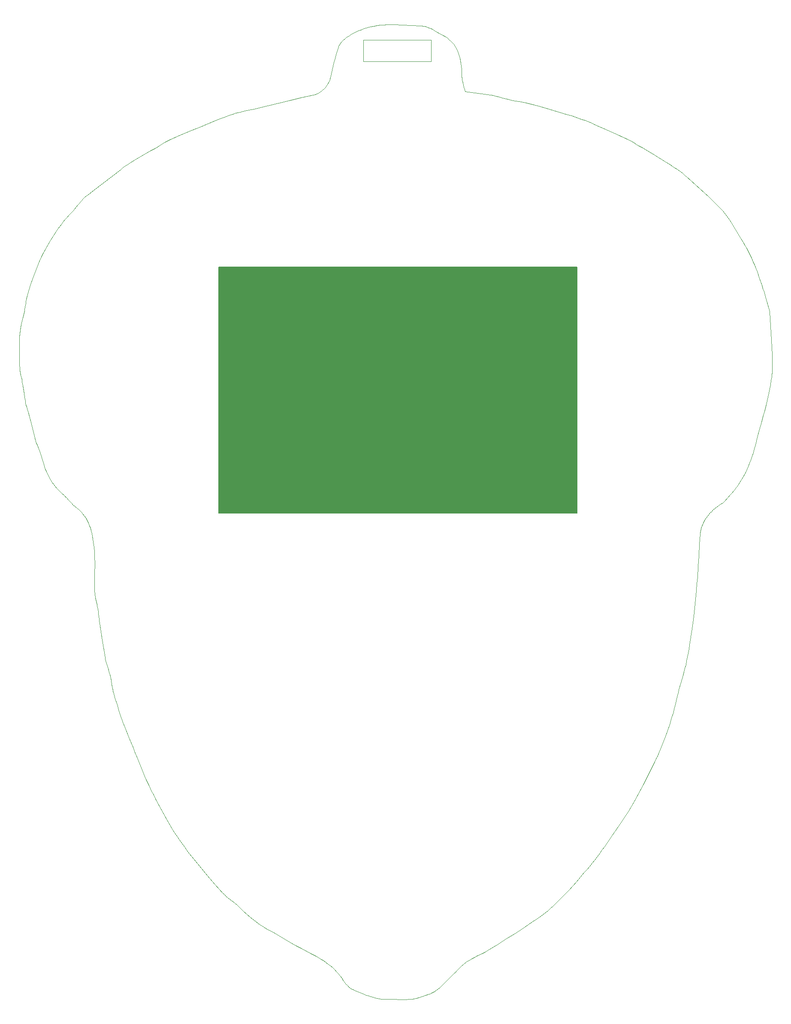
<source format=gm1>
%TF.GenerationSoftware,KiCad,Pcbnew,(6.0.11)*%
%TF.CreationDate,2024-05-07T01:49:41+08:00*%
%TF.ProjectId,badge,62616467-652e-46b6-9963-61645f706362,rev?*%
%TF.SameCoordinates,Original*%
%TF.FileFunction,Profile,NP*%
%FSLAX46Y46*%
G04 Gerber Fmt 4.6, Leading zero omitted, Abs format (unit mm)*
G04 Created by KiCad (PCBNEW (6.0.11)) date 2024-05-07 01:49:41*
%MOMM*%
%LPD*%
G01*
G04 APERTURE LIST*
%TA.AperFunction,Profile*%
%ADD10C,0.100000*%
%TD*%
%TA.AperFunction,Profile*%
%ADD11C,0.200000*%
%TD*%
G04 APERTURE END LIST*
D10*
X104176600Y-22430200D02*
X90775800Y-22430200D01*
X90775800Y-22430200D02*
X90775800Y-26713000D01*
X90775800Y-26713000D02*
X104176600Y-26713000D01*
X104176600Y-26713000D02*
X104176600Y-22430200D01*
X96811073Y-19437481D02*
X102075187Y-19662375D01*
X102366955Y-19680561D01*
X102659432Y-19722655D01*
X102952368Y-19786586D01*
X103245507Y-19870284D01*
X103538597Y-19971680D01*
X103831386Y-20088703D01*
X104123619Y-20219284D01*
X104415045Y-20361353D01*
X104705411Y-20512840D01*
X104994462Y-20671675D01*
X105567611Y-21003110D01*
X106687011Y-21663079D01*
X106958530Y-21825277D01*
X107215881Y-21994315D01*
X107459442Y-22170011D01*
X107689589Y-22352185D01*
X107906700Y-22540657D01*
X108111153Y-22735247D01*
X108303324Y-22935773D01*
X108483591Y-23142056D01*
X108652330Y-23353915D01*
X108809919Y-23571170D01*
X108956735Y-23793640D01*
X109093156Y-24021145D01*
X109219558Y-24253504D01*
X109336319Y-24490537D01*
X109443815Y-24732064D01*
X109542425Y-24977903D01*
X109714492Y-25481800D01*
X109855537Y-26000784D01*
X109968578Y-26533412D01*
X110056632Y-27078240D01*
X110122717Y-27633825D01*
X110169850Y-28198723D01*
X110201048Y-28771491D01*
X110219330Y-29350686D01*
X110227901Y-29552748D01*
X110244204Y-29754732D01*
X110267484Y-29956748D01*
X110296989Y-30158905D01*
X110331965Y-30361312D01*
X110371657Y-30564078D01*
X110462179Y-30971126D01*
X110666670Y-31794346D01*
X110768583Y-32212266D01*
X110862236Y-32635558D01*
X113395118Y-32947024D01*
X114682246Y-33118818D01*
X115326632Y-33216589D01*
X115969909Y-33325272D01*
X116472800Y-33424357D01*
X116972945Y-33538397D01*
X117471126Y-33663301D01*
X117968127Y-33794976D01*
X118961717Y-34062269D01*
X119459872Y-34189703D01*
X119959976Y-34307538D01*
X120362889Y-34390633D01*
X120768163Y-34463665D01*
X121582027Y-34595011D01*
X121988733Y-34661055D01*
X122394031Y-34732501D01*
X122796981Y-34813216D01*
X123196640Y-34907065D01*
X123841841Y-35076139D01*
X124485317Y-35252035D01*
X125768327Y-35619250D01*
X128327255Y-36380099D01*
X131145778Y-37198375D01*
X131848420Y-37408817D01*
X132548404Y-37626693D01*
X133244800Y-37854546D01*
X133936676Y-38094920D01*
X134576564Y-38332759D01*
X135211931Y-38583408D01*
X135843570Y-38844504D01*
X136472276Y-39113684D01*
X138973648Y-40224023D01*
X141246065Y-41227584D01*
X141810149Y-41486769D01*
X142370344Y-41753258D01*
X142925508Y-42029041D01*
X143474502Y-42316111D01*
X144087392Y-42653754D01*
X144694414Y-43002328D01*
X145296805Y-43359518D01*
X145895799Y-43723014D01*
X148282547Y-45193789D01*
X150307537Y-46414594D01*
X151314593Y-47033432D01*
X151814363Y-47348590D01*
X152310714Y-47668956D01*
X152610812Y-47868696D01*
X152908091Y-48073854D01*
X153202034Y-48284490D01*
X153492120Y-48500662D01*
X153777834Y-48722429D01*
X154058654Y-48949848D01*
X154334065Y-49182980D01*
X154603546Y-49421882D01*
X158128786Y-52575464D01*
X158997262Y-53376322D01*
X159850245Y-54191361D01*
X160682555Y-55025181D01*
X161089340Y-55450571D01*
X161489013Y-55882380D01*
X161763622Y-56194281D01*
X162028904Y-56514852D01*
X162285681Y-56843297D01*
X162534771Y-57178820D01*
X162776997Y-57520628D01*
X163013177Y-57867925D01*
X163470682Y-58575803D01*
X165222931Y-61467818D01*
X165826815Y-62451311D01*
X166122175Y-62947977D01*
X166410547Y-63448617D01*
X166689979Y-63953751D01*
X166958519Y-64463898D01*
X167214218Y-64979578D01*
X167455124Y-65501311D01*
X167736357Y-66153728D01*
X168005141Y-66811901D01*
X168263125Y-67474936D01*
X168511961Y-68141937D01*
X168988783Y-69484258D01*
X169448806Y-70831706D01*
X169658361Y-71465096D01*
X169860443Y-72101016D01*
X170248686Y-73378240D01*
X171006988Y-75938823D01*
X171009232Y-75946671D01*
X171011257Y-75954599D01*
X171013078Y-75962601D01*
X171014707Y-75970668D01*
X171017449Y-75986967D01*
X171019590Y-76003434D01*
X171021242Y-76020008D01*
X171022513Y-76036627D01*
X171024353Y-76069751D01*
X171345859Y-81661278D01*
X171416320Y-83059068D01*
X171470488Y-84456704D01*
X171502200Y-85854126D01*
X171505295Y-87251277D01*
X171495467Y-87649599D01*
X171474157Y-88048105D01*
X171442280Y-88446727D01*
X171400756Y-88845397D01*
X171292435Y-89642617D01*
X171156538Y-90439228D01*
X171000406Y-91234693D01*
X170831384Y-92028477D01*
X170484039Y-93608851D01*
X170321881Y-94320737D01*
X170144860Y-95029413D01*
X169956332Y-95735610D01*
X169759651Y-96440056D01*
X169355250Y-97846614D01*
X168958496Y-99254924D01*
X168567144Y-100768495D01*
X168185936Y-102285599D01*
X167986377Y-103040854D01*
X167774045Y-103791448D01*
X167543837Y-104535532D01*
X167290649Y-105271258D01*
X167053930Y-105889813D01*
X166797331Y-106502844D01*
X166522138Y-107109607D01*
X166229631Y-107709357D01*
X165921095Y-108301350D01*
X165597813Y-108884840D01*
X165261067Y-109459083D01*
X164912140Y-110023333D01*
X164757695Y-110259678D01*
X164597088Y-110492217D01*
X164430852Y-110721259D01*
X164259522Y-110947112D01*
X164083632Y-111170086D01*
X163903716Y-111390488D01*
X163533943Y-111824814D01*
X163154477Y-112252558D01*
X162769591Y-112676189D01*
X162000656Y-113520991D01*
X161943211Y-113580935D01*
X161881979Y-113637352D01*
X161817388Y-113690658D01*
X161749863Y-113741267D01*
X161679831Y-113789596D01*
X161607719Y-113836060D01*
X161458961Y-113925051D01*
X161155254Y-114098916D01*
X161080525Y-114143947D01*
X161007130Y-114190434D01*
X160935493Y-114238793D01*
X160866043Y-114289439D01*
X160521248Y-114558346D01*
X160186061Y-114834039D01*
X159861899Y-115117298D01*
X159550178Y-115408907D01*
X159252313Y-115709646D01*
X158969720Y-116020296D01*
X158703816Y-116341640D01*
X158456016Y-116674458D01*
X158227736Y-117019534D01*
X158020392Y-117377647D01*
X157835400Y-117749579D01*
X157751728Y-117940972D01*
X157674175Y-118136113D01*
X157602919Y-118335100D01*
X157538135Y-118538029D01*
X157480000Y-118745000D01*
X157428693Y-118956110D01*
X157384390Y-119171456D01*
X157347267Y-119391136D01*
X157317502Y-119615248D01*
X157295272Y-119843890D01*
X157142987Y-121976765D01*
X157013065Y-124111417D01*
X156886319Y-126246357D01*
X156743561Y-128380099D01*
X156633420Y-129689531D01*
X156503055Y-130997483D01*
X156223068Y-133611834D01*
X155974931Y-136097738D01*
X155839330Y-137339123D01*
X155763015Y-137958593D01*
X155678878Y-138576930D01*
X155446543Y-140172801D01*
X155199049Y-141766856D01*
X155065759Y-142562121D01*
X154924051Y-143355635D01*
X154772381Y-144146965D01*
X154609207Y-144935679D01*
X154446584Y-145647496D01*
X154268496Y-146355948D01*
X154078726Y-147061875D01*
X153881054Y-147766118D01*
X153477126Y-149172915D01*
X153086960Y-150583064D01*
X152947078Y-151128561D01*
X152813095Y-151675694D01*
X152552555Y-152771941D01*
X152284799Y-153865950D01*
X152141797Y-154410287D01*
X151989288Y-154951869D01*
X151621551Y-156171667D01*
X151233259Y-157385713D01*
X150823152Y-158592466D01*
X150389969Y-159790385D01*
X149909571Y-161066005D01*
X149411346Y-162335776D01*
X149151299Y-162965853D01*
X148881696Y-163591329D01*
X148600837Y-164211156D01*
X148307022Y-164824290D01*
X147214436Y-167029066D01*
X146100651Y-169224150D01*
X145529578Y-170313869D01*
X144945729Y-171396136D01*
X144346612Y-172469275D01*
X143729736Y-173531611D01*
X143108089Y-174556895D01*
X142468107Y-175571590D01*
X141812530Y-176577114D01*
X141144098Y-177574883D01*
X139779625Y-179552825D01*
X138396606Y-181516749D01*
X137920825Y-182182712D01*
X137437295Y-182843888D01*
X136945840Y-183499687D01*
X136446287Y-184149514D01*
X135938459Y-184792777D01*
X135422180Y-185428884D01*
X134897276Y-186057241D01*
X134363571Y-186677257D01*
X132867577Y-188380871D01*
X132112157Y-189227156D01*
X131348753Y-190065942D01*
X130575088Y-190894364D01*
X129788888Y-191709559D01*
X128987873Y-192508663D01*
X128169769Y-193288813D01*
X127853815Y-193576262D01*
X127531555Y-193857251D01*
X127203496Y-194132245D01*
X126870144Y-194401705D01*
X126189585Y-194925875D01*
X125493927Y-195433463D01*
X124787219Y-195928169D01*
X124073512Y-196413694D01*
X122641296Y-197372004D01*
X120848883Y-198553669D01*
X119039349Y-199710017D01*
X117215969Y-200844770D01*
X115382019Y-201961650D01*
X114855770Y-202265172D01*
X114319425Y-202552451D01*
X113232303Y-203103160D01*
X112689456Y-203379031D01*
X112152369Y-203663539D01*
X111625007Y-203962906D01*
X111366212Y-204120105D01*
X111111335Y-204283351D01*
X110936134Y-204404043D01*
X110765492Y-204531561D01*
X110598921Y-204665189D01*
X110435936Y-204804213D01*
X110276050Y-204947918D01*
X110118776Y-205095590D01*
X109810123Y-205399974D01*
X109202770Y-206024894D01*
X108896288Y-206333996D01*
X108740644Y-206485205D01*
X108582748Y-206633235D01*
X108278390Y-206921196D01*
X107980381Y-207217256D01*
X107395335Y-207823418D01*
X106811458Y-208431220D01*
X106514909Y-208729328D01*
X106212594Y-209020158D01*
X105902494Y-209301146D01*
X105582589Y-209569730D01*
X105250861Y-209823348D01*
X104905291Y-210059435D01*
X104543857Y-210275430D01*
X104356561Y-210375092D01*
X104164543Y-210468770D01*
X103967549Y-210556143D01*
X103765328Y-210636891D01*
X103557626Y-210710695D01*
X103344192Y-210777232D01*
X102972974Y-210891324D01*
X102602481Y-211013911D01*
X101861560Y-211261035D01*
X101490079Y-211373806D01*
X101303853Y-211424919D01*
X101117215Y-211471538D01*
X100930101Y-211512926D01*
X100742443Y-211548348D01*
X100554176Y-211577069D01*
X100365234Y-211598353D01*
X99790388Y-211639078D01*
X99213793Y-211659569D01*
X98635843Y-211664888D01*
X98056930Y-211660096D01*
X96897790Y-211640421D01*
X96318349Y-211635660D01*
X95739517Y-211641032D01*
X95287155Y-211639385D01*
X94841462Y-211616281D01*
X94401889Y-211573148D01*
X93967887Y-211511417D01*
X93538906Y-211432516D01*
X93114397Y-211337877D01*
X92693810Y-211228928D01*
X92276597Y-211107098D01*
X91862207Y-210973819D01*
X91450092Y-210830519D01*
X90630489Y-210519575D01*
X89813392Y-210185704D01*
X88994407Y-209840342D01*
X88848012Y-209774981D01*
X88707467Y-209705371D01*
X88572507Y-209631709D01*
X88442871Y-209554193D01*
X88318297Y-209473019D01*
X88198522Y-209388384D01*
X88083282Y-209300486D01*
X87972316Y-209209521D01*
X87865361Y-209115686D01*
X87762154Y-209019179D01*
X87565935Y-208818935D01*
X87381558Y-208610364D01*
X87206923Y-208395043D01*
X87039929Y-208174548D01*
X86878475Y-207950454D01*
X86563786Y-207497776D01*
X86246050Y-207049617D01*
X86080788Y-206831173D01*
X85908462Y-206618586D01*
X85519102Y-206179961D01*
X85114668Y-205766530D01*
X84696214Y-205376392D01*
X84264797Y-205007649D01*
X83821470Y-204658399D01*
X83367289Y-204326744D01*
X82903310Y-204010782D01*
X82430586Y-203708615D01*
X81950172Y-203418342D01*
X81463125Y-203138063D01*
X80473348Y-202599888D01*
X78460602Y-201559871D01*
X77581978Y-201093033D01*
X76711349Y-200610851D01*
X74986176Y-199615474D01*
X73269290Y-198603789D01*
X71544899Y-197605845D01*
X71138006Y-197367810D01*
X70739579Y-197119673D01*
X70349086Y-196862039D01*
X69965997Y-196595509D01*
X69589779Y-196320688D01*
X69219902Y-196038178D01*
X68855835Y-195748582D01*
X68497046Y-195452502D01*
X67793180Y-194843306D01*
X67104054Y-194215413D01*
X66425420Y-193573647D01*
X65753029Y-192922831D01*
X65598730Y-192777889D01*
X65439369Y-192637870D01*
X65275769Y-192501997D01*
X65108754Y-192369492D01*
X64767772Y-192111475D01*
X64423012Y-191857598D01*
X64081062Y-191601641D01*
X63913201Y-191470938D01*
X63748513Y-191337382D01*
X63587822Y-191200195D01*
X63431952Y-191058600D01*
X63281727Y-190911819D01*
X63137970Y-190759074D01*
X61560198Y-188985247D01*
X60003756Y-187191886D01*
X58473440Y-185376477D01*
X57719577Y-184459720D01*
X56974044Y-183536509D01*
X56463240Y-182886001D01*
X55963229Y-182226311D01*
X55473310Y-181558387D01*
X54992784Y-180883176D01*
X54520950Y-180201625D01*
X54057107Y-179514683D01*
X53600554Y-178823296D01*
X53150593Y-178128413D01*
X52788056Y-177548381D01*
X52437756Y-176960394D01*
X52097479Y-176365945D01*
X51765012Y-175766528D01*
X50468940Y-173349025D01*
X49877633Y-172250959D01*
X49293069Y-171148925D01*
X49007110Y-170594854D01*
X48727390Y-170037913D01*
X48455427Y-169477474D01*
X48192737Y-168912913D01*
X47916967Y-168290741D01*
X47651130Y-167664070D01*
X47139919Y-166401429D01*
X46640432Y-165133395D01*
X46133999Y-163868373D01*
X45728701Y-162891936D01*
X45318313Y-161917573D01*
X44909469Y-160942600D01*
X44508804Y-159964335D01*
X43728377Y-158011512D01*
X43353770Y-157029338D01*
X43174088Y-156535656D01*
X43000904Y-156039805D01*
X42587403Y-154803760D01*
X42190280Y-153561959D01*
X41812406Y-152314331D01*
X41456657Y-151060801D01*
X41406913Y-150870153D01*
X41361301Y-150678400D01*
X41280316Y-150292146D01*
X41209382Y-149903166D01*
X41144179Y-149512587D01*
X41013687Y-148731146D01*
X40939758Y-148342539D01*
X40854282Y-147956843D01*
X40755630Y-147567629D01*
X40649332Y-147180265D01*
X40537150Y-146794321D01*
X40420848Y-146409366D01*
X40182935Y-145640698D01*
X39949699Y-144870814D01*
X39927796Y-144793072D01*
X39907431Y-144714804D01*
X39888505Y-144636088D01*
X39870920Y-144557004D01*
X39854578Y-144477628D01*
X39839380Y-144398039D01*
X39825228Y-144318316D01*
X39812023Y-144238536D01*
X39271417Y-140860372D01*
X38739826Y-137480807D01*
X38675762Y-137024654D01*
X38620713Y-136566321D01*
X38517587Y-135648295D01*
X38459473Y-135191195D01*
X38390298Y-134737096D01*
X38305044Y-134287296D01*
X38254819Y-134064412D01*
X38198692Y-133843089D01*
X38031455Y-133139745D01*
X37904284Y-132434750D01*
X37812369Y-131728348D01*
X37750897Y-131020785D01*
X37715058Y-130312306D01*
X37700038Y-129603154D01*
X37713214Y-128183816D01*
X37777696Y-125347851D01*
X37773692Y-124640853D01*
X37752016Y-123935142D01*
X37707855Y-123230962D01*
X37636398Y-122528560D01*
X37492495Y-121427555D01*
X37409534Y-120877848D01*
X37314845Y-120330952D01*
X37205133Y-119788578D01*
X37077106Y-119252437D01*
X36927471Y-118724241D01*
X36752936Y-118205700D01*
X36550207Y-117698525D01*
X36315992Y-117204429D01*
X36046998Y-116725121D01*
X35739932Y-116262313D01*
X35391500Y-115817716D01*
X35200744Y-115602781D01*
X34998412Y-115393041D01*
X34784092Y-115188709D01*
X34557372Y-114989999D01*
X34317842Y-114797125D01*
X34065090Y-114610301D01*
X33900180Y-114486960D01*
X33741127Y-114355617D01*
X33587179Y-114217265D01*
X33437586Y-114072897D01*
X33291597Y-113923506D01*
X33148461Y-113770086D01*
X32867745Y-113455131D01*
X32589432Y-113135977D01*
X32307516Y-112820570D01*
X32163329Y-112666755D01*
X32015989Y-112516857D01*
X31864746Y-112371868D01*
X31708847Y-112232783D01*
X31326645Y-111893541D01*
X30961136Y-111545078D01*
X30612286Y-111187224D01*
X30280061Y-110819809D01*
X29964428Y-110442663D01*
X29665354Y-110055616D01*
X29382805Y-109658497D01*
X29116748Y-109251137D01*
X28867149Y-108833365D01*
X28633975Y-108405011D01*
X28417193Y-107965906D01*
X28216769Y-107515879D01*
X28032669Y-107054761D01*
X27864861Y-106582380D01*
X27713310Y-106098567D01*
X27577983Y-105603152D01*
X27506707Y-105335734D01*
X27429419Y-105069673D01*
X27259199Y-104540348D01*
X27072104Y-104012623D01*
X26872913Y-103483944D01*
X26457359Y-102413505D01*
X26250554Y-101866636D01*
X26050770Y-101308596D01*
X25274778Y-98187710D01*
X24873115Y-96669125D01*
X24659598Y-95918497D01*
X24434093Y-95172961D01*
X24323619Y-94797273D01*
X24225388Y-94419391D01*
X24137903Y-94039669D01*
X24059667Y-93658457D01*
X23924951Y-92892970D01*
X23809264Y-92125742D01*
X23587067Y-90597311D01*
X23456602Y-89841732D01*
X23381288Y-89467332D01*
X23297256Y-89095660D01*
X23187536Y-88596029D01*
X23097471Y-88097598D01*
X23025346Y-87600274D01*
X22969443Y-87103966D01*
X22928044Y-86608583D01*
X22899433Y-86114031D01*
X22873706Y-85127058D01*
X22878524Y-84142311D01*
X22900149Y-83159057D01*
X22924844Y-82176560D01*
X22938873Y-81194087D01*
X22947108Y-80862235D01*
X22968182Y-80530439D01*
X23000814Y-80198695D01*
X23043725Y-79866995D01*
X23095634Y-79535333D01*
X23155263Y-79203704D01*
X23292560Y-78540517D01*
X23603476Y-77214253D01*
X23756619Y-76551077D01*
X23894569Y-75887805D01*
X23962785Y-75514835D01*
X24026781Y-75140711D01*
X24152775Y-74391957D01*
X24220104Y-74018803D01*
X24293877Y-73647451D01*
X24376759Y-73278637D01*
X24471416Y-72913100D01*
X24801718Y-71761305D01*
X25151207Y-70616843D01*
X25524215Y-69481220D01*
X25925077Y-68355941D01*
X26358127Y-67242513D01*
X26827699Y-66142441D01*
X27338127Y-65057232D01*
X27610017Y-64520671D01*
X27893745Y-63988391D01*
X28445357Y-62996589D01*
X29013385Y-62018233D01*
X29603635Y-61056724D01*
X30221909Y-60115467D01*
X30543369Y-59653495D01*
X30874012Y-59197862D01*
X31214563Y-58748994D01*
X31565748Y-58307315D01*
X31928292Y-57873251D01*
X32302921Y-57447227D01*
X32690360Y-57029668D01*
X33091335Y-56621001D01*
X33272492Y-56434797D01*
X33447752Y-56242212D01*
X33618065Y-56044311D01*
X33784380Y-55842160D01*
X34108820Y-55429378D01*
X34428670Y-55012393D01*
X34751530Y-54599737D01*
X34916463Y-54397698D01*
X35085000Y-54199939D01*
X35258088Y-54007527D01*
X35436679Y-53821529D01*
X35621722Y-53643010D01*
X35814167Y-53473037D01*
X36673954Y-52763642D01*
X37545712Y-52068542D01*
X39313276Y-50706931D01*
X41093132Y-49359612D01*
X42861557Y-47997996D01*
X43322680Y-47646122D01*
X43791598Y-47307411D01*
X44267494Y-46980504D01*
X44749550Y-46664038D01*
X45728869Y-46056991D01*
X46723014Y-45475383D01*
X48729610Y-44344945D01*
X49728975Y-43774343D01*
X50716995Y-43185637D01*
X51184016Y-42906240D01*
X51654437Y-42638403D01*
X52604695Y-42134016D01*
X53566209Y-41665692D01*
X54537417Y-41226650D01*
X55516759Y-40810107D01*
X56502673Y-40409280D01*
X58487976Y-39627643D01*
X60095839Y-38977408D01*
X61699480Y-38315584D01*
X62503176Y-37990465D01*
X63309968Y-37674617D01*
X64121237Y-37372094D01*
X64938369Y-37086953D01*
X65235689Y-36991120D01*
X65535151Y-36901759D01*
X66139605Y-36739699D01*
X66749943Y-36595268D01*
X67364375Y-36462957D01*
X68598367Y-36212665D01*
X69214349Y-36083669D01*
X69827270Y-35944764D01*
X76132141Y-34397757D01*
X78512380Y-33831570D01*
X79705719Y-33563393D01*
X80903023Y-33315673D01*
X81046836Y-33283901D01*
X81190226Y-33245099D01*
X81332988Y-33199497D01*
X81474914Y-33147324D01*
X81615801Y-33088809D01*
X81755442Y-33024180D01*
X82030164Y-32877501D01*
X82297435Y-32709117D01*
X82555611Y-32520862D01*
X82803047Y-32314569D01*
X83038096Y-32092068D01*
X83259115Y-31855194D01*
X83464459Y-31605778D01*
X83652482Y-31345653D01*
X83821540Y-31076651D01*
X83969987Y-30800604D01*
X84096178Y-30519346D01*
X84198469Y-30234708D01*
X84240138Y-30091695D01*
X84275215Y-29948523D01*
X84628086Y-28397338D01*
X84813601Y-27623414D01*
X85007167Y-26851560D01*
X85210281Y-26082492D01*
X85424438Y-25316928D01*
X85651138Y-24555585D01*
X85891876Y-23799181D01*
X85940412Y-23668272D01*
X85998817Y-23538927D01*
X86066347Y-23411325D01*
X86142261Y-23285645D01*
X86225817Y-23162067D01*
X86316271Y-23040769D01*
X86412883Y-22921931D01*
X86514908Y-22805732D01*
X86621607Y-22692351D01*
X86732234Y-22581968D01*
X86846050Y-22474762D01*
X86962310Y-22370912D01*
X87080274Y-22270598D01*
X87199197Y-22173998D01*
X87318340Y-22081292D01*
X87436958Y-21992659D01*
X87669614Y-21826754D01*
X87905545Y-21667449D01*
X88144741Y-21514570D01*
X88387190Y-21367946D01*
X88632882Y-21227404D01*
X88881805Y-21092770D01*
X89133949Y-20963872D01*
X89389302Y-20840538D01*
X89647854Y-20722595D01*
X89909594Y-20609869D01*
X90174511Y-20502188D01*
X90442593Y-20399380D01*
X90713831Y-20301271D01*
X90988212Y-20207689D01*
X91546364Y-20033416D01*
X92202100Y-19859114D01*
X92858781Y-19719607D01*
X93516270Y-19611754D01*
X94174432Y-19532419D01*
X94833129Y-19478462D01*
X95492226Y-19446746D01*
X96151586Y-19434131D01*
X96811073Y-19437481D01*
D11*
%TO.C,U5*%
X62270000Y-67216000D02*
X133020000Y-67216000D01*
X133020000Y-67216000D02*
X133020000Y-115776000D01*
X133020000Y-115776000D02*
X62270000Y-115776000D01*
X62270000Y-115776000D02*
X62270000Y-67216000D01*
G36*
X62270000Y-67216000D02*
G01*
X133020000Y-67216000D01*
X133020000Y-115776000D01*
X62270000Y-115776000D01*
X62270000Y-67216000D01*
G37*
%TD*%
M02*

</source>
